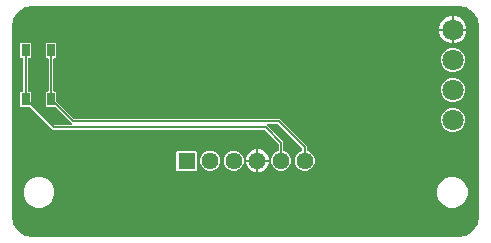
<source format=gtl>
G04 EAGLE Gerber RS-274X export*
G75*
%MOMM*%
%FSLAX34Y34*%
%LPD*%
%INTop Copper*%
%IPPOS*%
%AMOC8*
5,1,8,0,0,1.08239X$1,22.5*%
G01*
G04 Define Apertures*
%ADD10R,1.440000X1.440000*%
%ADD11C,1.440000*%
%ADD12C,1.800000*%
%ADD13R,0.650000X1.050000*%
%ADD14C,0.152400*%
G36*
X180149Y-197985D02*
X180000Y-198000D01*
X-180000Y-198000D01*
X-180149Y-197985D01*
X-186745Y-196673D01*
X-187020Y-196559D01*
X-192612Y-192823D01*
X-192823Y-192612D01*
X-196559Y-187020D01*
X-196673Y-186745D01*
X-197985Y-180149D01*
X-198000Y-180000D01*
X-198000Y-20000D01*
X-197985Y-19851D01*
X-196673Y-13255D01*
X-196559Y-12980D01*
X-192823Y-7388D01*
X-192612Y-7177D01*
X-187020Y-3441D01*
X-186745Y-3327D01*
X-180149Y-2015D01*
X-180000Y-2000D01*
X180000Y-2000D01*
X180149Y-2015D01*
X186745Y-3327D01*
X187020Y-3441D01*
X192612Y-7177D01*
X192823Y-7388D01*
X196559Y-12980D01*
X196673Y-13255D01*
X197985Y-19851D01*
X198000Y-20000D01*
X198000Y-180000D01*
X197985Y-180149D01*
X196673Y-186745D01*
X196559Y-187020D01*
X192823Y-192612D01*
X192612Y-192823D01*
X187020Y-196559D01*
X186745Y-196673D01*
X180149Y-197985D01*
G37*
%LPC*%
G36*
X163960Y-21638D02*
X174738Y-21638D01*
X174738Y-10860D01*
X173205Y-10860D01*
X168963Y-12617D01*
X165717Y-15863D01*
X163960Y-20105D01*
X163960Y-21638D01*
G37*
G36*
X176262Y-21638D02*
X187040Y-21638D01*
X187040Y-20105D01*
X185283Y-15863D01*
X182037Y-12617D01*
X177795Y-10860D01*
X176262Y-10860D01*
X176262Y-21638D01*
G37*
G36*
X176262Y-33940D02*
X177795Y-33940D01*
X182037Y-32183D01*
X185283Y-28937D01*
X187040Y-24695D01*
X187040Y-23162D01*
X176262Y-23162D01*
X176262Y-33940D01*
G37*
G36*
X173205Y-33940D02*
X174738Y-33940D01*
X174738Y-23162D01*
X163960Y-23162D01*
X163960Y-24695D01*
X165717Y-28937D01*
X168963Y-32183D01*
X173205Y-33940D01*
G37*
G36*
X28315Y-141770D02*
X31685Y-141770D01*
X34798Y-140481D01*
X37181Y-138098D01*
X38470Y-134985D01*
X38470Y-131615D01*
X37181Y-128502D01*
X34798Y-126120D01*
X32502Y-125169D01*
X32264Y-125012D01*
X32092Y-124762D01*
X32032Y-124465D01*
X32032Y-117158D01*
X18207Y-103333D01*
X18054Y-103113D01*
X17984Y-102818D01*
X18035Y-102519D01*
X18198Y-102264D01*
X18448Y-102092D01*
X18745Y-102032D01*
X26843Y-102032D01*
X27129Y-102088D01*
X27382Y-102255D01*
X47745Y-122619D01*
X47908Y-122860D01*
X47968Y-123157D01*
X47968Y-124465D01*
X47915Y-124745D01*
X47749Y-124999D01*
X47498Y-125169D01*
X45202Y-126120D01*
X42820Y-128502D01*
X41530Y-131615D01*
X41530Y-134985D01*
X42820Y-138098D01*
X45202Y-140481D01*
X48315Y-141770D01*
X51685Y-141770D01*
X54798Y-140481D01*
X57181Y-138098D01*
X58470Y-134985D01*
X58470Y-131615D01*
X57181Y-128502D01*
X54798Y-126120D01*
X52502Y-125169D01*
X52264Y-125012D01*
X52092Y-124762D01*
X52032Y-124465D01*
X52032Y-121158D01*
X28842Y-97968D01*
X-144843Y-97968D01*
X-145129Y-97912D01*
X-145382Y-97745D01*
X-160007Y-83120D01*
X-160170Y-82878D01*
X-160230Y-82581D01*
X-160230Y-75474D01*
X-160974Y-74730D01*
X-161956Y-74730D01*
X-162231Y-74679D01*
X-162486Y-74515D01*
X-162658Y-74265D01*
X-162718Y-73968D01*
X-162718Y-47032D01*
X-162667Y-46757D01*
X-162503Y-46502D01*
X-162253Y-46330D01*
X-161956Y-46270D01*
X-160974Y-46270D01*
X-160230Y-45526D01*
X-160230Y-33974D01*
X-160974Y-33230D01*
X-168526Y-33230D01*
X-169270Y-33974D01*
X-169270Y-45526D01*
X-168526Y-46270D01*
X-167544Y-46270D01*
X-167269Y-46321D01*
X-167014Y-46485D01*
X-166842Y-46735D01*
X-166782Y-47032D01*
X-166782Y-73968D01*
X-166833Y-74243D01*
X-166997Y-74498D01*
X-167247Y-74670D01*
X-167544Y-74730D01*
X-168526Y-74730D01*
X-169270Y-75474D01*
X-169270Y-87026D01*
X-168526Y-87770D01*
X-161419Y-87770D01*
X-161133Y-87826D01*
X-160881Y-87993D01*
X-147207Y-101667D01*
X-147054Y-101887D01*
X-146984Y-102182D01*
X-147035Y-102481D01*
X-147198Y-102736D01*
X-147448Y-102908D01*
X-147745Y-102968D01*
X-161343Y-102968D01*
X-161629Y-102912D01*
X-161882Y-102745D01*
X-181507Y-83120D01*
X-181670Y-82878D01*
X-181730Y-82581D01*
X-181730Y-75474D01*
X-182474Y-74730D01*
X-183456Y-74730D01*
X-183731Y-74679D01*
X-183986Y-74515D01*
X-184158Y-74265D01*
X-184218Y-73968D01*
X-184218Y-47032D01*
X-184167Y-46757D01*
X-184003Y-46502D01*
X-183753Y-46330D01*
X-183456Y-46270D01*
X-182474Y-46270D01*
X-181730Y-45526D01*
X-181730Y-33974D01*
X-182474Y-33230D01*
X-190026Y-33230D01*
X-190770Y-33974D01*
X-190770Y-45526D01*
X-190026Y-46270D01*
X-189044Y-46270D01*
X-188769Y-46321D01*
X-188514Y-46485D01*
X-188342Y-46735D01*
X-188282Y-47032D01*
X-188282Y-73968D01*
X-188333Y-74243D01*
X-188497Y-74498D01*
X-188747Y-74670D01*
X-189044Y-74730D01*
X-190026Y-74730D01*
X-190770Y-75474D01*
X-190770Y-87026D01*
X-190026Y-87770D01*
X-182919Y-87770D01*
X-182633Y-87826D01*
X-182381Y-87993D01*
X-163342Y-107032D01*
X15843Y-107032D01*
X16129Y-107088D01*
X16382Y-107255D01*
X27745Y-118619D01*
X27908Y-118860D01*
X27968Y-119157D01*
X27968Y-124465D01*
X27915Y-124745D01*
X27749Y-124999D01*
X27498Y-125169D01*
X25202Y-126120D01*
X22820Y-128502D01*
X21530Y-131615D01*
X21530Y-134985D01*
X22820Y-138098D01*
X25202Y-140481D01*
X28315Y-141770D01*
G37*
G36*
X173457Y-58070D02*
X177543Y-58070D01*
X181318Y-56506D01*
X184206Y-53618D01*
X185770Y-49843D01*
X185770Y-45757D01*
X184206Y-41983D01*
X181318Y-39094D01*
X177543Y-37530D01*
X173457Y-37530D01*
X169683Y-39094D01*
X166794Y-41983D01*
X165230Y-45757D01*
X165230Y-49843D01*
X166794Y-53618D01*
X169683Y-56506D01*
X173457Y-58070D01*
G37*
G36*
X173457Y-83470D02*
X177543Y-83470D01*
X181318Y-81906D01*
X184206Y-79018D01*
X185770Y-75243D01*
X185770Y-71157D01*
X184206Y-67383D01*
X181318Y-64494D01*
X177543Y-62930D01*
X173457Y-62930D01*
X169683Y-64494D01*
X166794Y-67383D01*
X165230Y-71157D01*
X165230Y-75243D01*
X166794Y-79018D01*
X169683Y-81906D01*
X173457Y-83470D01*
G37*
G36*
X173457Y-108870D02*
X177543Y-108870D01*
X181318Y-107306D01*
X184206Y-104418D01*
X185770Y-100643D01*
X185770Y-96557D01*
X184206Y-92783D01*
X181318Y-89894D01*
X177543Y-88330D01*
X173457Y-88330D01*
X169683Y-89894D01*
X166794Y-92783D01*
X165230Y-96557D01*
X165230Y-100643D01*
X166794Y-104418D01*
X169683Y-107306D01*
X173457Y-108870D01*
G37*
G36*
X260Y-132538D02*
X9238Y-132538D01*
X9238Y-123560D01*
X8063Y-123560D01*
X4483Y-125043D01*
X1743Y-127783D01*
X260Y-131363D01*
X260Y-132538D01*
G37*
G36*
X10762Y-132538D02*
X19740Y-132538D01*
X19740Y-131363D01*
X18257Y-127783D01*
X15517Y-125043D01*
X11937Y-123560D01*
X10762Y-123560D01*
X10762Y-132538D01*
G37*
G36*
X-11685Y-141770D02*
X-8315Y-141770D01*
X-5202Y-140481D01*
X-2820Y-138098D01*
X-1530Y-134985D01*
X-1530Y-131615D01*
X-2820Y-128502D01*
X-5202Y-126120D01*
X-8315Y-124830D01*
X-11685Y-124830D01*
X-14798Y-126120D01*
X-17181Y-128502D01*
X-18470Y-131615D01*
X-18470Y-134985D01*
X-17181Y-138098D01*
X-14798Y-140481D01*
X-11685Y-141770D01*
G37*
G36*
X-31685Y-141770D02*
X-28315Y-141770D01*
X-25202Y-140481D01*
X-22820Y-138098D01*
X-21530Y-134985D01*
X-21530Y-131615D01*
X-22820Y-128502D01*
X-25202Y-126120D01*
X-28315Y-124830D01*
X-31685Y-124830D01*
X-34798Y-126120D01*
X-37181Y-128502D01*
X-38470Y-131615D01*
X-38470Y-134985D01*
X-37181Y-138098D01*
X-34798Y-140481D01*
X-31685Y-141770D01*
G37*
G36*
X-57726Y-141770D02*
X-42274Y-141770D01*
X-41530Y-141026D01*
X-41530Y-125574D01*
X-42274Y-124830D01*
X-57726Y-124830D01*
X-58470Y-125574D01*
X-58470Y-141026D01*
X-57726Y-141770D01*
G37*
G36*
X10762Y-143040D02*
X11937Y-143040D01*
X15517Y-141557D01*
X18257Y-138817D01*
X19740Y-135237D01*
X19740Y-134062D01*
X10762Y-134062D01*
X10762Y-143040D01*
G37*
G36*
X8063Y-143040D02*
X9238Y-143040D01*
X9238Y-134062D01*
X260Y-134062D01*
X260Y-135237D01*
X1743Y-138817D01*
X4483Y-141557D01*
X8063Y-143040D01*
G37*
G36*
X172414Y-173000D02*
X177586Y-173000D01*
X182364Y-171021D01*
X186021Y-167364D01*
X188000Y-162586D01*
X188000Y-157414D01*
X186021Y-152636D01*
X182364Y-148979D01*
X177586Y-147000D01*
X172414Y-147000D01*
X167636Y-148979D01*
X163979Y-152636D01*
X162000Y-157414D01*
X162000Y-162586D01*
X163979Y-167364D01*
X167636Y-171021D01*
X172414Y-173000D01*
G37*
G36*
X-177586Y-173000D02*
X-172414Y-173000D01*
X-167636Y-171021D01*
X-163979Y-167364D01*
X-162000Y-162586D01*
X-162000Y-157414D01*
X-163979Y-152636D01*
X-167636Y-148979D01*
X-172414Y-147000D01*
X-177586Y-147000D01*
X-182364Y-148979D01*
X-186021Y-152636D01*
X-188000Y-157414D01*
X-188000Y-162586D01*
X-186021Y-167364D01*
X-182364Y-171021D01*
X-177586Y-173000D01*
G37*
%LPD*%
D10*
X-50000Y-133300D03*
D11*
X-30000Y-133300D03*
X-10000Y-133300D03*
X10000Y-133300D03*
X30000Y-133300D03*
X50000Y-133300D03*
D12*
X175500Y-22400D03*
X175500Y-47800D03*
X175500Y-73200D03*
X175500Y-98600D03*
D13*
X-186250Y-81250D03*
X-186250Y-39750D03*
X-164750Y-81250D03*
X-164750Y-39750D03*
D14*
X-164750Y-81250D01*
X-146000Y-100000D01*
X28000Y-100000D01*
X50000Y-122000D01*
X50000Y-133300D01*
X-186250Y-81250D02*
X-186250Y-39750D01*
X-186250Y-81250D02*
X-162500Y-105000D01*
X17000Y-105000D01*
X30000Y-118000D01*
X30000Y-133300D01*
M02*

</source>
